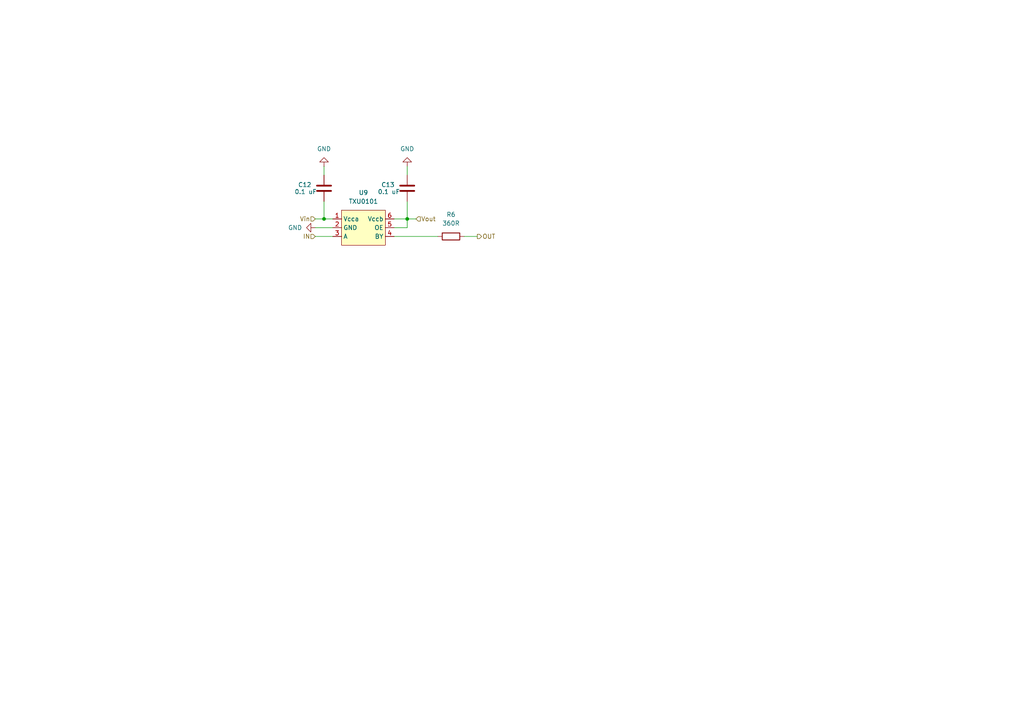
<source format=kicad_sch>
(kicad_sch (version 20250114) (generator "eeschema") (generator_version "9.0")
  (paper "A4")
  (title_block (title "Main board - MyMachine LED cap") (date "2026-01-20") (company "Brno Mars Rover"))
  (lib_symbols
    (symbol "Device:C" (pin_numbers (hide yes)) (pin_names (offset 0.254))
      (property "Reference" "C" (at 0.635 2.54 0))
      (property "Value" "C" (at 0.635 -2.54 0))
      (symbol "C_0_1"
        (polyline (pts (xy -2.032 0.762) (xy 2.032 0.762)) (stroke (width 0.508)))
        (polyline (pts (xy -2.032 -0.762) (xy 2.032 -0.762)) (stroke (width 0.508)))
      )
      (symbol "C_1_1"
        (pin passive line (at 0 3.81 270) (length 2.794) (name "~") (number "1"))
        (pin passive line (at 0 -3.81 90) (length 2.794) (name "~") (number "2"))
      )
    )
    (symbol "Device:R" (pin_numbers (hide yes)) (pin_names (offset 0))
      (property "Reference" "R" (at 2.032 0 90))
      (property "Value" "R" (at 0 0 90))
      (symbol "R_0_1"
        (rectangle (start -1.016 -2.54) (end 1.016 2.54) (stroke (width 0.254)))
      )
      (symbol "R_1_1"
        (pin passive line (at 0 3.81 270) (length 1.27) (name "~") (number "1"))
        (pin passive line (at 0 -3.81 90) (length 1.27) (name "~") (number "2"))
      )
    )
    (symbol "power:GND" (power) (pin_numbers (hide yes)) (pin_names (offset 0) (hide yes))
      (property "Value" "GND" (at 0 -3.81 0))
      (symbol "GND_0_1"
        (polyline (pts (xy 0 0) (xy 0 -1.27) (xy 1.27 -1.27) (xy 0 -2.54) (xy -1.27 -1.27) (xy 0 -1.27)))
      )
      (symbol "GND_1_1"
        (pin power_in line (at 0 0 270) (length 0) (name "~") (number "1"))
      )
    )
    (symbol "txu0101:TXU0101"
      (property "Reference" "U" (at 0 6.096 0))
      (symbol "TXU0101_1_1"
        (rectangle (start -6.35 5.08) (end 6.35 -5.08) (fill (type background)))
        (pin power_in line (at -8.89 2.54 0) (length 2.54) (name "Vcca") (number "1"))
        (pin power_in line (at -8.89 0 0) (length 2.54) (name "GND") (number "2"))
        (pin passive line (at -8.89 -2.54 0) (length 2.54) (name "A") (number "3"))
        (pin power_in line (at 8.89 2.54 180) (length 2.54) (name "Vccb") (number "6"))
        (pin passive line (at 8.89 0 180) (length 2.54) (name "OE") (number "5"))
        (pin passive line (at 8.89 -2.54 180) (length 2.54) (name "BY") (number "4"))
      )
    )
  )
  (junction (at 118.11 63.5))
  (junction (at 93.98 63.5))
  (wire (pts (xy 118.11 66.04) (xy 118.11 63.5)))
  (wire (pts (xy 118.11 48.26) (xy 118.11 50.8)))
  (wire (pts (xy 114.3 66.04) (xy 118.11 66.04)))
  (wire (pts (xy 91.44 63.5) (xy 93.98 63.5)))
  (wire (pts (xy 114.3 63.5) (xy 118.11 63.5)))
  (wire (pts (xy 93.98 58.42) (xy 93.98 63.5)))
  (wire (pts (xy 93.98 63.5) (xy 96.52 63.5)))
  (wire (pts (xy 118.11 58.42) (xy 118.11 63.5)))
  (wire (pts (xy 91.44 68.58) (xy 96.52 68.58)))
  (wire (pts (xy 114.3 68.58) (xy 127 68.58)))
  (wire (pts (xy 134.62 68.58) (xy 138.43 68.58)))
  (wire (pts (xy 118.11 63.5) (xy 120.65 63.5)))
  (wire (pts (xy 93.98 48.26) (xy 93.98 50.8)))
  (wire (pts (xy 91.44 66.04) (xy 96.52 66.04)))
  (hierarchical_label "OUT" (shape output) (at 138.43 68.58 0))
  (hierarchical_label "Vout" (shape input) (at 120.65 63.5 0))
  (hierarchical_label "Vin" (shape input) (at 91.44 63.5 180))
  (hierarchical_label "IN" (shape input) (at 91.44 68.58 180))
  (symbol (lib_id "Device:R") (at 130.81 68.58 270) (unit 1)
    (property "Reference" "R6" (at 130.81 62.23 90))
    (property "Value" "360R" (at 130.81 64.77 90))
    (property "Footprint" "Resistor_SMD:R_0603_1608Metric_Pad0.98x0.95mm_HandSolder" (effects (hide yes)))
    (property "Description" "Resistor" (effects (hide yes)))
    (property "Manufacturer Part Number" "CRCW0603360RJNTA" (effects (hide yes)))
    (property "Supplier" "Mouser" (effects (hide yes)))
    (property "Supplier Part Number" "71-CRCW0603J-360" (effects (hide yes)))
  )
  (symbol (lib_id "power:GND") (at 93.98 48.26 180) (unit 1)
    (property "Reference" "#PWR061" (effects (hide yes)))
    (property "Value" "GND" (at 93.98 43.18 0))
    (property "Description" "Power symbol creates a global label with name \"GND\" , ground" (effects (hide yes)))
  )
  (symbol (lib_id "Device:C") (at 118.11 54.61 180) (unit 1)
    (property "Reference" "C13" (at 112.522 53.594 0))
    (property "Value" "0.1 uF" (at 112.776 55.626 0))
    (property "Footprint" "Capacitor_SMD:C_0603_1608Metric_Pad1.08x0.95mm_HandSolder" (effects (hide yes)))
    (property "Description" "Unpolarized capacitor" (effects (hide yes)))
    (property "Manufacturer Part Number" "CC0603JRX7R9BB104" (effects (hide yes)))
    (property "Supplier" "Mouser" (effects (hide yes)))
    (property "Supplier Part Number" "603-CC603JRX7R9BB104" (effects (hide yes)))
  )
  (symbol (lib_id "power:GND") (at 118.11 48.26 180) (unit 1)
    (property "Reference" "#PWR062" (effects (hide yes)))
    (property "Value" "GND" (at 118.11 43.18 0))
    (property "Description" "Power symbol creates a global label with name \"GND\" , ground" (effects (hide yes)))
  )
  (symbol (lib_id "txu0101:TXU0101") (at 105.41 66.04 0) (unit 1)
    (property "Reference" "U9" (at 105.41 55.88 0))
    (property "Value" "TXU0101" (at 105.41 58.42 0))
    (property "Footprint" "Package_TO_SOT_SMD:SOT-23-6_Handsoldering" (effects (hide yes)))
    (property "Datasheet" "https://www.ti.com/lit/ds/symlink/txu0101.pdf?ts=1768405758436&ref_url=https%253A%252F%252Fwww.mouser.co.uk%252F" (effects (hide yes)))
    (property "Description" "level shifter" (effects (hide yes)))
    (property "Manufacturer Part Number" "TXU0101DBVR" (effects (hide yes)))
    (property "Supplier" "Mouser" (effects (hide yes)))
    (property "Supplier Part Number" "595-TXU0101DBVR" (effects (hide yes)))
  )
  (symbol (lib_id "power:GND") (at 91.44 66.04 270) (unit 1)
    (property "Reference" "#PWR060" (effects (hide yes)))
    (property "Value" "GND" (at 87.63 66.0399 90) (effects (justify right)))
    (property "Description" "Power symbol creates a global label with name \"GND\" , ground" (effects (hide yes)))
  )
  (symbol (lib_id "Device:C") (at 93.98 54.61 180) (unit 1)
    (property "Reference" "C12" (at 88.392 53.594 0))
    (property "Value" "0.1 uF" (at 88.646 55.626 0))
    (property "Footprint" "Capacitor_SMD:C_0603_1608Metric_Pad1.08x0.95mm_HandSolder" (effects (hide yes)))
    (property "Description" "Unpolarized capacitor" (effects (hide yes)))
    (property "Manufacturer Part Number" "CC0603JRX7R9BB104" (effects (hide yes)))
    (property "Supplier" "Mouser" (effects (hide yes)))
    (property "Supplier Part Number" "603-CC603JRX7R9BB104" (effects (hide yes)))
  )
)
</source>
